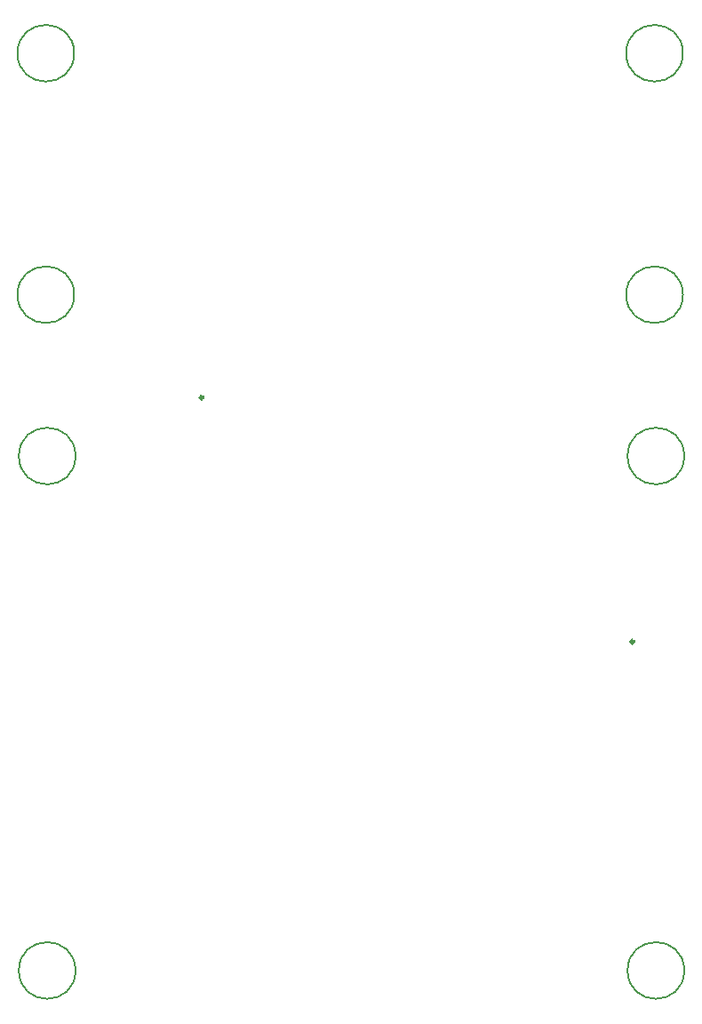
<source format=gbr>
%TF.GenerationSoftware,KiCad,Pcbnew,6.0.2+dfsg-1*%
%TF.CreationDate,2023-06-13T19:55:06-04:00*%
%TF.ProjectId,EngineData,456e6769-6e65-4446-9174-612e6b696361,rev?*%
%TF.SameCoordinates,Original*%
%TF.FileFunction,Other,Comment*%
%FSLAX46Y46*%
G04 Gerber Fmt 4.6, Leading zero omitted, Abs format (unit mm)*
G04 Created by KiCad (PCBNEW 6.0.2+dfsg-1) date 2023-06-13 19:55:06*
%MOMM*%
%LPD*%
G01*
G04 APERTURE LIST*
%ADD10C,0.300000*%
%ADD11C,0.150000*%
G04 APERTURE END LIST*
D10*
%TO.C,U10*%
X152809000Y-120298000D02*
G75*
G03*
X152809000Y-120298000I-150000J0D01*
G01*
D11*
%TO.C,H5*%
X157474000Y-87249000D02*
G75*
G03*
X157474000Y-87249000I-2700000J0D01*
G01*
D10*
%TO.C,U8*%
X111754000Y-97033000D02*
G75*
G03*
X111754000Y-97033000I-150000J0D01*
G01*
D11*
%TO.C,H6*%
X157474000Y-64249000D02*
G75*
G03*
X157474000Y-64249000I-2700000J0D01*
G01*
%TO.C,H1*%
X99601000Y-102616000D02*
G75*
G03*
X99601000Y-102616000I-2700000J0D01*
G01*
%TO.C,H3*%
X99601000Y-151616000D02*
G75*
G03*
X99601000Y-151616000I-2700000J0D01*
G01*
%TO.C,H8*%
X99474000Y-87249000D02*
G75*
G03*
X99474000Y-87249000I-2700000J0D01*
G01*
%TO.C,H7*%
X99474000Y-64249000D02*
G75*
G03*
X99474000Y-64249000I-2700000J0D01*
G01*
%TO.C,H4*%
X157601000Y-151616000D02*
G75*
G03*
X157601000Y-151616000I-2700000J0D01*
G01*
%TO.C,H2*%
X157601000Y-102616000D02*
G75*
G03*
X157601000Y-102616000I-2700000J0D01*
G01*
%TD*%
M02*

</source>
